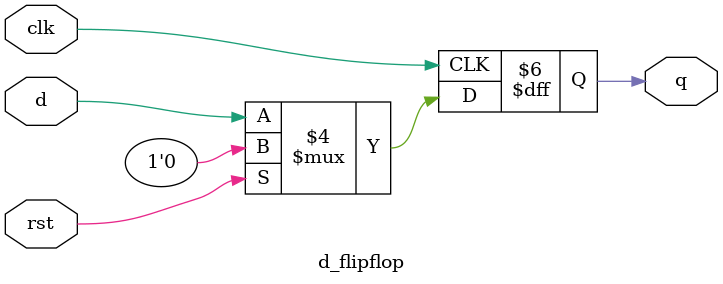
<source format=v>
module d_flipflop(
    input wire clk,      // Saat sinyali
    input wire rst,      // Reset sinyali (aktif yüksek)
    input wire d,        // Veri girişi
    output reg q         // Çıkış
);

// Başlangıç değeri ataması
initial begin
    q = 0;
end

// Senkron D Flip-Flop davranışı
always @(posedge clk) begin
    if (rst) begin      // rst=1 iken resetle
        q <= 1'b0;      // çıkışı sıfırla
    end else begin      // rst=0 iken normal çalış
        q <= d;         // D'yi Q'ya aktar
    end
end

endmodule

</source>
